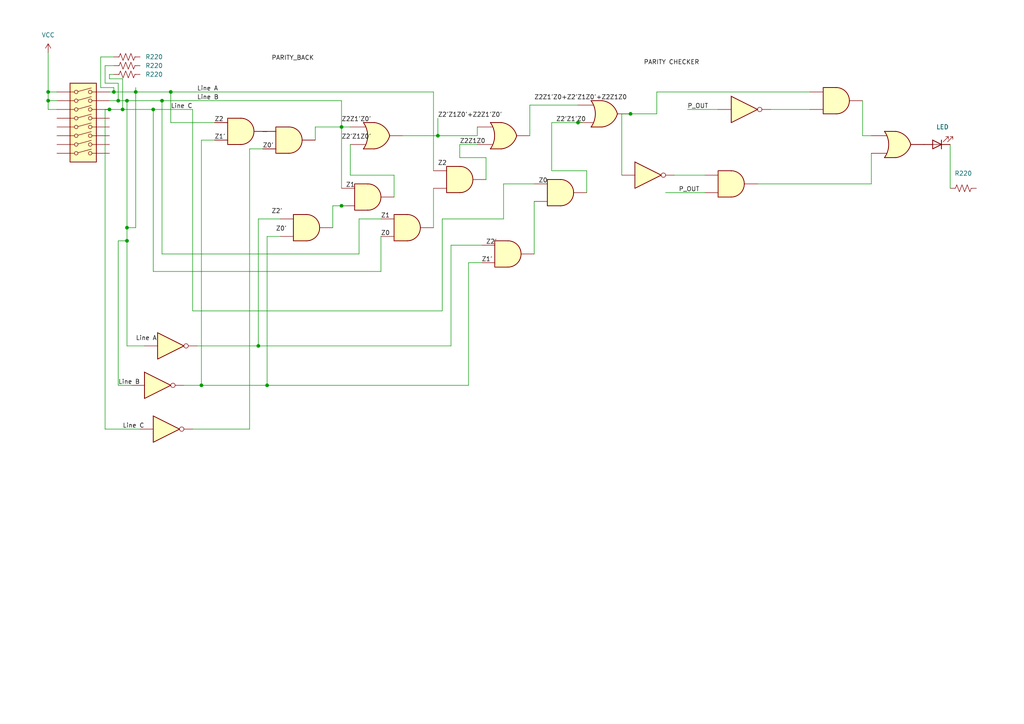
<source format=kicad_sch>
(kicad_sch (version 20250114) (generator "eeschema") (generator_version "9.0")
  (paper "A4")
  (lib_symbols
    (symbol "0_74xx:74HC08" (pin_numbers (hide yes)) (pin_names (offset 1.016) (hide yes))
      (property "Reference" "U" (at -2.54 5.08 0))
      (property "Value" "74HC08" (at 0 -5.08 0))
      (symbol "74HC08_1_1"
        (arc (start 0 3.81) (mid 3.7934 0) (end 0 -3.81) (stroke (width 0.254)) (fill (type background)))
        (polyline (pts (xy 0 3.81) (xy -3.81 3.81) (xy -3.81 -3.81) (xy 0 -3.81)) (stroke (width 0.254)) (fill (type background)))
        (pin input line (at -7.62 2.54 0) (length 3.81) (name "~") (number "1"))
        (pin input line (at -7.62 -2.54 0) (length 3.81) (name "~") (number "2"))
        (pin output line (at 7.62 0 180) (length 3.81) (name "~") (number "3"))
      )
      (symbol "74HC08_1_2"
        (arc (start -3.81 3.81) (mid -2.589 0) (end -3.81 -3.81) (stroke (width 0.254)))
        (polyline (pts (xy -3.81 3.81) (xy -0.635 3.81)) (stroke (width 0.254)) (fill (type background)))
        (polyline (pts (xy -3.81 -3.81) (xy -0.635 -3.81)) (stroke (width 0.254)) (fill (type background)))
        (arc (start 3.81 0) (mid 2.1855 -2.584) (end -0.6096 -3.81) (stroke (width 0.254)) (fill (type background)))
        (arc (start -0.6096 3.81) (mid 2.1928 2.5924) (end 3.81 0) (stroke (width 0.254)) (fill (type background)))
        (polyline (pts (xy -0.635 3.81) (xy -3.81 3.81) (xy -3.81 3.81) (xy -3.556 3.4036) (xy -3.0226 2.2606) (xy -2.6924 1.0414) (xy -2.6162 -0.254) (xy -2.7686 -1.4986) (xy -3.175 -2.7178) (xy -3.81 -3.81) (xy -3.81 -3.81) (xy -0.635 -3.81)) (stroke (width -25.4)) (fill (type background)))
        (pin input inverted (at -7.62 2.54 0) (length 4.318) (name "~") (number "1"))
        (pin input inverted (at -7.62 -2.54 0) (length 4.318) (name "~") (number "2"))
        (pin output inverted (at 7.62 0 180) (length 3.81) (name "~") (number "3"))
      )
      (symbol "74HC08_2_1"
        (arc (start 0 3.81) (mid 3.7934 0) (end 0 -3.81) (stroke (width 0.254)) (fill (type background)))
        (polyline (pts (xy 0 3.81) (xy -3.81 3.81) (xy -3.81 -3.81) (xy 0 -3.81)) (stroke (width 0.254)) (fill (type background)))
        (pin input line (at -7.62 2.54 0) (length 3.81) (name "~") (number "4"))
        (pin input line (at -7.62 -2.54 0) (length 3.81) (name "~") (number "5"))
        (pin output line (at 7.62 0 180) (length 3.81) (name "~") (number "6"))
      )
      (symbol "74HC08_2_2"
        (arc (start -3.81 3.81) (mid -2.589 0) (end -3.81 -3.81) (stroke (width 0.254)))
        (polyline (pts (xy -3.81 3.81) (xy -0.635 3.81)) (stroke (width 0.254)) (fill (type background)))
        (polyline (pts (xy -3.81 -3.81) (xy -0.635 -3.81)) (stroke (width 0.254)) (fill (type background)))
        (arc (start 3.81 0) (mid 2.1855 -2.584) (end -0.6096 -3.81) (stroke (width 0.254)) (fill (type background)))
        (arc (start -0.6096 3.81) (mid 2.1928 2.5924) (end 3.81 0) (stroke (width 0.254)) (fill (type background)))
        (polyline (pts (xy -0.635 3.81) (xy -3.81 3.81) (xy -3.81 3.81) (xy -3.556 3.4036) (xy -3.0226 2.2606) (xy -2.6924 1.0414) (xy -2.6162 -0.254) (xy -2.7686 -1.4986) (xy -3.175 -2.7178) (xy -3.81 -3.81) (xy -3.81 -3.81) (xy -0.635 -3.81)) (stroke (width -25.4)) (fill (type background)))
        (pin input inverted (at -7.62 2.54 0) (length 4.318) (name "~") (number "4"))
        (pin input inverted (at -7.62 -2.54 0) (length 4.318) (name "~") (number "5"))
        (pin output inverted (at 7.62 0 180) (length 3.81) (name "~") (number "6"))
      )
      (symbol "74HC08_3_1"
        (arc (start 0 3.81) (mid 3.7934 0) (end 0 -3.81) (stroke (width 0.254)) (fill (type background)))
        (polyline (pts (xy 0 3.81) (xy -3.81 3.81) (xy -3.81 -3.81) (xy 0 -3.81)) (stroke (width 0.254)) (fill (type background)))
        (pin input line (at -7.62 2.54 0) (length 3.81) (name "~") (number "9"))
        (pin input line (at -7.62 -2.54 0) (length 3.81) (name "~") (number "10"))
        (pin output line (at 7.62 0 180) (length 3.81) (name "~") (number "8"))
      )
      (symbol "74HC08_3_2"
        (arc (start -3.81 3.81) (mid -2.589 0) (end -3.81 -3.81) (stroke (width 0.254)))
        (polyline (pts (xy -3.81 3.81) (xy -0.635 3.81)) (stroke (width 0.254)) (fill (type background)))
        (polyline (pts (xy -3.81 -3.81) (xy -0.635 -3.81)) (stroke (width 0.254)) (fill (type background)))
        (arc (start 3.81 0) (mid 2.1855 -2.584) (end -0.6096 -3.81) (stroke (width 0.254)) (fill (type background)))
        (arc (start -0.6096 3.81) (mid 2.1928 2.5924) (end 3.81 0) (stroke (width 0.254)) (fill (type background)))
        (polyline (pts (xy -0.635 3.81) (xy -3.81 3.81) (xy -3.81 3.81) (xy -3.556 3.4036) (xy -3.0226 2.2606) (xy -2.6924 1.0414) (xy -2.6162 -0.254) (xy -2.7686 -1.4986) (xy -3.175 -2.7178) (xy -3.81 -3.81) (xy -3.81 -3.81) (xy -0.635 -3.81)) (stroke (width -25.4)) (fill (type background)))
        (pin input inverted (at -7.62 2.54 0) (length 4.318) (name "~") (number "9"))
        (pin input inverted (at -7.62 -2.54 0) (length 4.318) (name "~") (number "10"))
        (pin output inverted (at 7.62 0 180) (length 3.81) (name "~") (number "8"))
      )
      (symbol "74HC08_4_1"
        (arc (start 0 3.81) (mid 3.7934 0) (end 0 -3.81) (stroke (width 0.254)) (fill (type background)))
        (polyline (pts (xy 0 3.81) (xy -3.81 3.81) (xy -3.81 -3.81) (xy 0 -3.81)) (stroke (width 0.254)) (fill (type background)))
        (pin input line (at -7.62 2.54 0) (length 3.81) (name "~") (number "12"))
        (pin input line (at -7.62 -2.54 0) (length 3.81) (name "~") (number "13"))
        (pin output line (at 7.62 0 180) (length 3.81) (name "~") (number "11"))
      )
      (symbol "74HC08_4_2"
        (arc (start -3.81 3.81) (mid -2.589 0) (end -3.81 -3.81) (stroke (width 0.254)))
        (polyline (pts (xy -3.81 3.81) (xy -0.635 3.81)) (stroke (width 0.254)) (fill (type background)))
        (polyline (pts (xy -3.81 -3.81) (xy -0.635 -3.81)) (stroke (width 0.254)) (fill (type background)))
        (arc (start 3.81 0) (mid 2.1855 -2.584) (end -0.6096 -3.81) (stroke (width 0.254)) (fill (type background)))
        (arc (start -0.6096 3.81) (mid 2.1928 2.5924) (end 3.81 0) (stroke (width 0.254)) (fill (type background)))
        (polyline (pts (xy -0.635 3.81) (xy -3.81 3.81) (xy -3.81 3.81) (xy -3.556 3.4036) (xy -3.0226 2.2606) (xy -2.6924 1.0414) (xy -2.6162 -0.254) (xy -2.7686 -1.4986) (xy -3.175 -2.7178) (xy -3.81 -3.81) (xy -3.81 -3.81) (xy -0.635 -3.81)) (stroke (width -25.4)) (fill (type background)))
        (pin input inverted (at -7.62 2.54 0) (length 4.318) (name "~") (number "12"))
        (pin input inverted (at -7.62 -2.54 0) (length 4.318) (name "~") (number "13"))
        (pin output inverted (at 7.62 0 180) (length 3.81) (name "~") (number "11"))
      )
      (symbol "74HC08_5_0"
        (pin power_in line (at 0 12.7 270) (length 5.08) (name "VCC") (number "14"))
        (pin power_in line (at 0 -12.7 90) (length 5.08) (name "GND") (number "7"))
      )
      (symbol "74HC08_5_1"
        (rectangle (start -5.08 7.62) (end 5.08 -7.62) (stroke (width 0.254)) (fill (type background)))
      )
      (symbol "74HC08_5_2"
        (rectangle (start -5.08 7.62) (end 5.08 -7.62) (stroke (width 0.254)) (fill (type background)))
      )
    )
    (symbol "0_74xx:74HC32" (pin_numbers (hide yes)) (pin_names (offset 1.016) (hide yes))
      (property "Reference" "U" (at -2.54 5.08 0))
      (property "Value" "74HC32" (at 0 -5.08 0))
      (symbol "74HC32_1_1"
        (arc (start -3.81 3.81) (mid -2.589 0) (end -3.81 -3.81) (stroke (width 0.254)))
        (polyline (pts (xy -3.81 3.81) (xy -0.635 3.81)) (stroke (width 0.254)) (fill (type background)))
        (polyline (pts (xy -3.81 -3.81) (xy -0.635 -3.81)) (stroke (width 0.254)) (fill (type background)))
        (arc (start 3.81 0) (mid 2.1855 -2.584) (end -0.6096 -3.81) (stroke (width 0.254)) (fill (type background)))
        (arc (start -0.6096 3.81) (mid 2.1928 2.5924) (end 3.81 0) (stroke (width 0.254)) (fill (type background)))
        (polyline (pts (xy -0.635 3.81) (xy -3.81 3.81) (xy -3.81 3.81) (xy -3.556 3.4036) (xy -3.0226 2.2606) (xy -2.6924 1.0414) (xy -2.6162 -0.254) (xy -2.7686 -1.4986) (xy -3.175 -2.7178) (xy -3.81 -3.81) (xy -3.81 -3.81) (xy -0.635 -3.81)) (stroke (width -25.4)) (fill (type background)))
        (pin input line (at -7.62 2.54 0) (length 4.318) (name "~") (number "1"))
        (pin input line (at -7.62 -2.54 0) (length 4.318) (name "~") (number "2"))
        (pin output line (at 7.62 0 180) (length 3.81) (name "~") (number "3"))
      )
      (symbol "74HC32_1_2"
        (arc (start 0 3.81) (mid 3.7934 0) (end 0 -3.81) (stroke (width 0.254)) (fill (type background)))
        (polyline (pts (xy 0 3.81) (xy -3.81 3.81) (xy -3.81 -3.81) (xy 0 -3.81)) (stroke (width 0.254)) (fill (type background)))
        (pin input inverted (at -7.62 2.54 0) (length 3.81) (name "~") (number "1"))
        (pin input inverted (at -7.62 -2.54 0) (length 3.81) (name "~") (number "2"))
        (pin output inverted (at 7.62 0 180) (length 3.81) (name "~") (number "3"))
      )
      (symbol "74HC32_2_1"
        (arc (start -3.81 3.81) (mid -2.589 0) (end -3.81 -3.81) (stroke (width 0.254)))
        (polyline (pts (xy -3.81 3.81) (xy -0.635 3.81)) (stroke (width 0.254)) (fill (type background)))
        (polyline (pts (xy -3.81 -3.81) (xy -0.635 -3.81)) (stroke (width 0.254)) (fill (type background)))
        (arc (start 3.81 0) (mid 2.1855 -2.584) (end -0.6096 -3.81) (stroke (width 0.254)) (fill (type background)))
        (arc (start -0.6096 3.81) (mid 2.1928 2.5924) (end 3.81 0) (stroke (width 0.254)) (fill (type background)))
        (polyline (pts (xy -0.635 3.81) (xy -3.81 3.81) (xy -3.81 3.81) (xy -3.556 3.4036) (xy -3.0226 2.2606) (xy -2.6924 1.0414) (xy -2.6162 -0.254) (xy -2.7686 -1.4986) (xy -3.175 -2.7178) (xy -3.81 -3.81) (xy -3.81 -3.81) (xy -0.635 -3.81)) (stroke (width -25.4)) (fill (type background)))
        (pin input line (at -7.62 2.54 0) (length 4.318) (name "~") (number "4"))
        (pin input line (at -7.62 -2.54 0) (length 4.318) (name "~") (number "5"))
        (pin output line (at 7.62 0 180) (length 3.81) (name "~") (number "6"))
      )
      (symbol "74HC32_2_2"
        (arc (start 0 3.81) (mid 3.7934 0) (end 0 -3.81) (stroke (width 0.254)) (fill (type background)))
        (polyline (pts (xy 0 3.81) (xy -3.81 3.81) (xy -3.81 -3.81) (xy 0 -3.81)) (stroke (width 0.254)) (fill (type background)))
        (pin input inverted (at -7.62 2.54 0) (length 3.81) (name "~") (number "4"))
        (pin input inverted (at -7.62 -2.54 0) (length 3.81) (name "~") (number "5"))
        (pin output inverted (at 7.62 0 180) (length 3.81) (name "~") (number "6"))
      )
      (symbol "74HC32_3_1"
        (arc (start -3.81 3.81) (mid -2.589 0) (end -3.81 -3.81) (stroke (width 0.254)))
        (polyline (pts (xy -3.81 3.81) (xy -0.635 3.81)) (stroke (width 0.254)) (fill (type background)))
        (polyline (pts (xy -3.81 -3.81) (xy -0.635 -3.81)) (stroke (width 0.254)) (fill (type background)))
        (arc (start 3.81 0) (mid 2.1855 -2.584) (end -0.6096 -3.81) (stroke (width 0.254)) (fill (type background)))
        (arc (start -0.6096 3.81) (mid 2.1928 2.5924) (end 3.81 0) (stroke (width 0.254)) (fill (type background)))
        (polyline (pts (xy -0.635 3.81) (xy -3.81 3.81) (xy -3.81 3.81) (xy -3.556 3.4036) (xy -3.0226 2.2606) (xy -2.6924 1.0414) (xy -2.6162 -0.254) (xy -2.7686 -1.4986) (xy -3.175 -2.7178) (xy -3.81 -3.81) (xy -3.81 -3.81) (xy -0.635 -3.81)) (stroke (width -25.4)) (fill (type background)))
        (pin input line (at -7.62 2.54 0) (length 4.318) (name "~") (number "9"))
        (pin input line (at -7.62 -2.54 0) (length 4.318) (name "~") (number "10"))
        (pin output line (at 7.62 0 180) (length 3.81) (name "~") (number "8"))
      )
      (symbol "74HC32_3_2"
        (arc (start 0 3.81) (mid 3.7934 0) (end 0 -3.81) (stroke (width 0.254)) (fill (type background)))
        (polyline (pts (xy 0 3.81) (xy -3.81 3.81) (xy -3.81 -3.81) (xy 0 -3.81)) (stroke (width 0.254)) (fill (type background)))
        (pin input inverted (at -7.62 2.54 0) (length 3.81) (name "~") (number "9"))
        (pin input inverted (at -7.62 -2.54 0) (length 3.81) (name "~") (number "10"))
        (pin output inverted (at 7.62 0 180) (length 3.81) (name "~") (number "8"))
      )
      (symbol "74HC32_4_1"
        (arc (start -3.81 3.81) (mid -2.589 0) (end -3.81 -3.81) (stroke (width 0.254)))
        (polyline (pts (xy -3.81 3.81) (xy -0.635 3.81)) (stroke (width 0.254)) (fill (type background)))
        (polyline (pts (xy -3.81 -3.81) (xy -0.635 -3.81)) (stroke (width 0.254)) (fill (type background)))
        (arc (start 3.81 0) (mid 2.1855 -2.584) (end -0.6096 -3.81) (stroke (width 0.254)) (fill (type background)))
        (arc (start -0.6096 3.81) (mid 2.1928 2.5924) (end 3.81 0) (stroke (width 0.254)) (fill (type background)))
        (polyline (pts (xy -0.635 3.81) (xy -3.81 3.81) (xy -3.81 3.81) (xy -3.556 3.4036) (xy -3.0226 2.2606) (xy -2.6924 1.0414) (xy -2.6162 -0.254) (xy -2.7686 -1.4986) (xy -3.175 -2.7178) (xy -3.81 -3.81) (xy -3.81 -3.81) (xy -0.635 -3.81)) (stroke (width -25.4)) (fill (type background)))
        (pin input line (at -7.62 2.54 0) (length 4.318) (name "~") (number "12"))
        (pin input line (at -7.62 -2.54 0) (length 4.318) (name "~") (number "13"))
        (pin output line (at 7.62 0 180) (length 3.81) (name "~") (number "11"))
      )
      (symbol "74HC32_4_2"
        (arc (start 0 3.81) (mid 3.7934 0) (end 0 -3.81) (stroke (width 0.254)) (fill (type background)))
        (polyline (pts (xy 0 3.81) (xy -3.81 3.81) (xy -3.81 -3.81) (xy 0 -3.81)) (stroke (width 0.254)) (fill (type background)))
        (pin input inverted (at -7.62 2.54 0) (length 3.81) (name "~") (number "12"))
        (pin input inverted (at -7.62 -2.54 0) (length 3.81) (name "~") (number "13"))
        (pin output inverted (at 7.62 0 180) (length 3.81) (name "~") (number "11"))
      )
      (symbol "74HC32_5_0"
        (pin power_in line (at 0 12.7 270) (length 5.08) (name "VCC") (number "14"))
        (pin power_in line (at 0 -12.7 90) (length 5.08) (name "GND") (number "7"))
      )
      (symbol "74HC32_5_1"
        (rectangle (start -5.08 7.62) (end 5.08 -7.62) (stroke (width 0.254)) (fill (type background)))
      )
      (symbol "74HC32_5_2"
        (rectangle (start -5.08 7.62) (end 5.08 -7.62) (stroke (width 0.254)) (fill (type background)))
      )
    )
    (symbol "74xx:74LS04" (pin_numbers (hide yes)) (pin_names (hide yes))
      (property "Reference" "U" (at 0 1.27 0))
      (property "Value" "74LS04" (at 0 -1.27 0))
      (symbol "74LS04_1_0"
        (polyline (pts (xy -3.81 3.81) (xy -3.81 -3.81) (xy 3.81 0) (xy -3.81 3.81)) (stroke (width 0.254)) (fill (type background)))
        (pin input line (at -7.62 0 0) (length 3.81) (name "~") (number "1"))
        (pin output inverted (at 7.62 0 180) (length 3.81) (name "~") (number "2"))
      )
      (symbol "74LS04_2_0"
        (polyline (pts (xy -3.81 3.81) (xy -3.81 -3.81) (xy 3.81 0) (xy -3.81 3.81)) (stroke (width 0.254)) (fill (type background)))
        (pin input line (at -7.62 0 0) (length 3.81) (name "~") (number "3"))
        (pin output inverted (at 7.62 0 180) (length 3.81) (name "~") (number "4"))
      )
      (symbol "74LS04_3_0"
        (polyline (pts (xy -3.81 3.81) (xy -3.81 -3.81) (xy 3.81 0) (xy -3.81 3.81)) (stroke (width 0.254)) (fill (type background)))
        (pin input line (at -7.62 0 0) (length 3.81) (name "~") (number "5"))
        (pin output inverted (at 7.62 0 180) (length 3.81) (name "~") (number "6"))
      )
      (symbol "74LS04_4_0"
        (polyline (pts (xy -3.81 3.81) (xy -3.81 -3.81) (xy 3.81 0) (xy -3.81 3.81)) (stroke (width 0.254)) (fill (type background)))
        (pin input line (at -7.62 0 0) (length 3.81) (name "~") (number "9"))
        (pin output inverted (at 7.62 0 180) (length 3.81) (name "~") (number "8"))
      )
      (symbol "74LS04_5_0"
        (polyline (pts (xy -3.81 3.81) (xy -3.81 -3.81) (xy 3.81 0) (xy -3.81 3.81)) (stroke (width 0.254)) (fill (type background)))
        (pin input line (at -7.62 0 0) (length 3.81) (name "~") (number "11"))
        (pin output inverted (at 7.62 0 180) (length 3.81) (name "~") (number "10"))
      )
      (symbol "74LS04_6_0"
        (polyline (pts (xy -3.81 3.81) (xy -3.81 -3.81) (xy 3.81 0) (xy -3.81 3.81)) (stroke (width 0.254)) (fill (type background)))
        (pin input line (at -7.62 0 0) (length 3.81) (name "~") (number "13"))
        (pin output inverted (at 7.62 0 180) (length 3.81) (name "~") (number "12"))
      )
      (symbol "74LS04_7_0"
        (pin power_in line (at 0 12.7 270) (length 5.08) (name "VCC") (number "14"))
        (pin power_in line (at 0 -12.7 90) (length 5.08) (name "GND") (number "7"))
      )
      (symbol "74LS04_7_1"
        (rectangle (start -5.08 7.62) (end 5.08 -7.62) (stroke (width 0.254)) (fill (type background)))
      )
    )
    (symbol "Device:LED" (pin_numbers (hide yes)) (pin_names (offset 1.016) (hide yes))
      (property "Reference" "D" (at 0 2.54 0))
      (property "Value" "LED" (at 0 -2.54 0))
      (symbol "LED_0_1"
        (polyline (pts (xy -3.048 -0.762) (xy -4.572 -2.286) (xy -3.81 -2.286) (xy -4.572 -2.286) (xy -4.572 -1.524)))
        (polyline (pts (xy -1.778 -0.762) (xy -3.302 -2.286) (xy -2.54 -2.286) (xy -3.302 -2.286) (xy -3.302 -1.524)))
        (polyline (pts (xy -1.27 0) (xy 1.27 0)))
        (polyline (pts (xy -1.27 -1.27) (xy -1.27 1.27)) (stroke (width 0.254)))
        (polyline (pts (xy 1.27 -1.27) (xy 1.27 1.27) (xy -1.27 0) (xy 1.27 -1.27)) (stroke (width 0.254)))
      )
      (symbol "LED_1_1"
        (pin passive line (at -3.81 0 0) (length 2.54) (name "K") (number "1"))
        (pin passive line (at 3.81 0 180) (length 2.54) (name "A") (number "2"))
      )
    )
    (symbol "Device:R_US" (pin_numbers (hide yes)) (pin_names (offset 0) (hide yes))
      (property "Reference" "R" (at 2.54 0 90))
      (property "Value" "R_US" (at -2.54 0 90))
      (symbol "R_US_0_1"
        (polyline (pts (xy 0 2.286) (xy 0 2.54)))
        (polyline (pts (xy 0 2.286) (xy 1.016 1.905) (xy 0 1.524) (xy -1.016 1.143) (xy 0 0.762)))
        (polyline (pts (xy 0 0.762) (xy 1.016 0.381) (xy 0 0) (xy -1.016 -0.381) (xy 0 -0.762)))
        (polyline (pts (xy 0 -0.762) (xy 1.016 -1.143) (xy 0 -1.524) (xy -1.016 -1.905) (xy 0 -2.286)))
        (polyline (pts (xy 0 -2.286) (xy 0 -2.54)))
      )
      (symbol "R_US_1_1"
        (pin passive line (at 0 3.81 270) (length 1.27) (name "~") (number "1"))
        (pin passive line (at 0 -3.81 90) (length 1.27) (name "~") (number "2"))
      )
    )
    (symbol "Switch:SW_DIP_x08" (pin_numbers (hide yes)) (pin_names (offset 0) (hide yes))
      (property "Reference" "SW" (at 0 13.97 0))
      (property "Value" "SW_DIP_x08" (at 0 -11.43 0))
      (symbol "SW_DIP_x08_0_0"
        (circle (center -2.032 10.16) (radius 0.508))
        (circle (center -2.032 7.62) (radius 0.508))
        (circle (center -2.032 5.08) (radius 0.508))
        (circle (center -2.032 2.54) (radius 0.508))
        (circle (center -2.032 0) (radius 0.508))
        (circle (center -2.032 -2.54) (radius 0.508))
        (circle (center -2.032 -5.08) (radius 0.508))
        (circle (center -2.032 -7.62) (radius 0.508))
        (polyline (pts (xy -1.524 10.287) (xy 2.3622 11.3284)))
        (polyline (pts (xy -1.524 7.747) (xy 2.3622 8.7884)))
        (polyline (pts (xy -1.524 5.207) (xy 2.3622 6.2484)))
        (polyline (pts (xy -1.524 2.667) (xy 2.3622 3.7084)))
        (polyline (pts (xy -1.524 0.127) (xy 2.3622 1.1684)))
        (polyline (pts (xy -1.524 -2.3876) (xy 2.3622 -1.3462)))
        (polyline (pts (xy -1.524 -4.9276) (xy 2.3622 -3.8862)))
        (polyline (pts (xy -1.524 -7.4676) (xy 2.3622 -6.4262)))
        (circle (center 2.032 10.16) (radius 0.508))
        (circle (center 2.032 7.62) (radius 0.508))
        (circle (center 2.032 5.08) (radius 0.508))
        (circle (center 2.032 2.54) (radius 0.508))
        (circle (center 2.032 0) (radius 0.508))
        (circle (center 2.032 -2.54) (radius 0.508))
        (circle (center 2.032 -5.08) (radius 0.508))
        (circle (center 2.032 -7.62) (radius 0.508))
      )
      (symbol "SW_DIP_x08_0_1"
        (rectangle (start -3.81 12.7) (end 3.81 -10.16) (stroke (width 0.254)) (fill (type background)))
      )
      (symbol "SW_DIP_x08_1_1"
        (pin passive line (at -7.62 10.16 0) (length 5.08) (name "~") (number "1"))
        (pin passive line (at -7.62 7.62 0) (length 5.08) (name "~") (number "2"))
        (pin passive line (at -7.62 5.08 0) (length 5.08) (name "~") (number "3"))
        (pin passive line (at -7.62 2.54 0) (length 5.08) (name "~") (number "4"))
        (pin passive line (at -7.62 0 0) (length 5.08) (name "~") (number "5"))
        (pin passive line (at -7.62 -2.54 0) (length 5.08) (name "~") (number "6"))
        (pin passive line (at -7.62 -5.08 0) (length 5.08) (name "~") (number "7"))
        (pin passive line (at -7.62 -7.62 0) (length 5.08) (name "~") (number "8"))
        (pin passive line (at 7.62 10.16 180) (length 5.08) (name "~") (number "16"))
        (pin passive line (at 7.62 7.62 180) (length 5.08) (name "~") (number "15"))
        (pin passive line (at 7.62 5.08 180) (length 5.08) (name "~") (number "14"))
        (pin passive line (at 7.62 2.54 180) (length 5.08) (name "~") (number "13"))
        (pin passive line (at 7.62 0 180) (length 5.08) (name "~") (number "12"))
        (pin passive line (at 7.62 -2.54 180) (length 5.08) (name "~") (number "11"))
        (pin passive line (at 7.62 -5.08 180) (length 5.08) (name "~") (number "10"))
        (pin passive line (at 7.62 -7.62 180) (length 5.08) (name "~") (number "9"))
      )
    )
    (symbol "power:VCC" (power) (pin_numbers (hide yes)) (pin_names (offset 0) (hide yes))
      (property "Value" "VCC" (at 0 3.556 0))
      (symbol "VCC_0_1"
        (polyline (pts (xy -0.762 1.27) (xy 0 2.54)))
        (polyline (pts (xy 0 2.54) (xy 0.762 1.27)))
        (polyline (pts (xy 0 0) (xy 0 2.54)))
      )
      (symbol "VCC_1_1"
        (pin power_in line (at 0 0 90) (length 0) (name "~") (number "1"))
      )
    )
  )
  (junction (at 13.97 26.67))
  (junction (at 58.42 111.76))
  (junction (at 99.06 59.69))
  (junction (at 36.83 29.21))
  (junction (at 33.02 26.67))
  (junction (at 13.97 29.21))
  (junction (at 77.47 111.76))
  (junction (at 167.64 35.56))
  (junction (at 44.45 31.75))
  (junction (at 36.83 66.04))
  (junction (at 99.06 36.83))
  (junction (at 31.75 31.75))
  (junction (at 46.99 29.21))
  (junction (at 127 39.37))
  (junction (at 49.53 26.67))
  (junction (at 35.56 31.75))
  (junction (at 74.93 100.33))
  (junction (at 182.88 33.02))
  (junction (at 39.37 26.67))
  (junction (at 34.29 29.21))
  (junction (at 36.83 69.85))
  (wire (pts (xy 30.48 19.05) (xy 33.02 19.05)))
  (wire (pts (xy 29.21 25.4) (xy 29.21 16.51)))
  (wire (pts (xy 33.02 25.4) (xy 29.21 25.4)))
  (wire (pts (xy 99.06 59.69) (xy 100.33 59.69)))
  (wire (pts (xy 34.29 24.13) (xy 30.48 24.13)))
  (wire (pts (xy 55.88 124.46) (xy 72.39 124.46)))
  (wire (pts (xy 31.75 21.59) (xy 33.02 21.59)))
  (wire (pts (xy 35.56 22.86) (xy 31.75 22.86)))
  (wire (pts (xy 31.75 26.67) (xy 33.02 26.67)))
  (wire (pts (xy 31.75 31.75) (xy 35.56 31.75)))
  (wire (pts (xy 31.75 29.21) (xy 34.29 29.21)))
  (wire (pts (xy 34.29 29.21) (xy 36.83 29.21)))
  (wire (pts (xy 36.83 100.33) (xy 41.91 100.33)))
  (wire (pts (xy 36.83 66.04) (xy 36.83 29.21)))
  (wire (pts (xy 138.43 39.37) (xy 138.43 36.83)))
  (wire (pts (xy 110.49 68.58) (xy 110.49 78.74)))
  (wire (pts (xy 110.49 63.5) (xy 104.14 63.5)))
  (wire (pts (xy 154.94 53.34) (xy 146.05 53.34)))
  (wire (pts (xy 77.47 68.58) (xy 77.47 111.76)))
  (wire (pts (xy 46.99 73.66) (xy 46.99 29.21)))
  (wire (pts (xy 36.83 66.04) (xy 39.37 66.04)))
  (wire (pts (xy 29.21 16.51) (xy 33.02 16.51)))
  (wire (pts (xy 74.93 63.5) (xy 81.28 63.5)))
  (wire (pts (xy 76.2 38.1) (xy 77.47 38.1)))
  (wire (pts (xy 133.35 41.91) (xy 138.43 41.91)))
  (wire (pts (xy 182.88 33.02) (xy 190.5 33.02)))
  (wire (pts (xy 170.18 55.88) (xy 170.18 49.53)))
  (wire (pts (xy 153.67 30.48) (xy 167.64 30.48)))
  (wire (pts (xy 133.35 45.72) (xy 133.35 41.91)))
  (wire (pts (xy 160.02 35.56) (xy 167.64 35.56)))
  (wire (pts (xy 167.64 35.56) (xy 168.91 35.56)))
  (wire (pts (xy 34.29 69.85) (xy 34.29 111.76)))
  (wire (pts (xy 16.51 31.75) (xy 13.97 31.75)))
  (wire (pts (xy 13.97 29.21) (xy 13.97 26.67)))
  (wire (pts (xy 127 39.37) (xy 138.43 39.37)))
  (wire (pts (xy 31.75 22.86) (xy 31.75 21.59)))
  (wire (pts (xy 154.94 73.66) (xy 154.94 58.42)))
  (wire (pts (xy 275.59 41.91) (xy 275.59 54.61)))
  (wire (pts (xy 44.45 31.75) (xy 55.88 31.75)))
  (wire (pts (xy 146.05 53.34) (xy 146.05 63.5)))
  (wire (pts (xy 57.15 100.33) (xy 74.93 100.33)))
  (wire (pts (xy 128.27 63.5) (xy 128.27 90.17)))
  (wire (pts (xy 36.83 29.21) (xy 46.99 29.21)))
  (wire (pts (xy 13.97 15.24) (xy 13.97 26.67)))
  (wire (pts (xy 16.51 29.21) (xy 13.97 29.21)))
  (wire (pts (xy 49.53 26.67) (xy 125.73 26.67)))
  (wire (pts (xy 153.67 39.37) (xy 153.67 30.48)))
  (wire (pts (xy 140.97 45.72) (xy 133.35 45.72)))
  (wire (pts (xy 146.05 63.5) (xy 128.27 63.5)))
  (wire (pts (xy 36.83 69.85) (xy 36.83 100.33)))
  (wire (pts (xy 99.06 36.83) (xy 101.6 36.83)))
  (wire (pts (xy 55.88 90.17) (xy 55.88 31.75)))
  (wire (pts (xy 77.47 111.76) (xy 135.89 111.76)))
  (wire (pts (xy 35.56 31.75) (xy 35.56 22.86)))
  (wire (pts (xy 130.81 71.12) (xy 130.81 100.33)))
  (wire (pts (xy 140.97 52.07) (xy 140.97 45.72)))
  (wire (pts (xy 128.27 90.17) (xy 55.88 90.17)))
  (wire (pts (xy 99.06 29.21) (xy 99.06 36.83)))
  (wire (pts (xy 58.42 40.64) (xy 58.42 111.76)))
  (wire (pts (xy 34.29 69.85) (xy 36.83 69.85)))
  (wire (pts (xy 116.84 39.37) (xy 127 39.37)))
  (wire (pts (xy 16.51 26.67) (xy 13.97 26.67)))
  (wire (pts (xy 74.93 100.33) (xy 130.81 100.33)))
  (wire (pts (xy 195.58 50.8) (xy 204.47 50.8)))
  (wire (pts (xy 72.39 43.18) (xy 76.2 43.18)))
  (wire (pts (xy 125.73 49.53) (xy 125.73 26.67)))
  (wire (pts (xy 91.44 40.64) (xy 91.44 36.83)))
  (wire (pts (xy 101.6 50.8) (xy 101.6 41.91)))
  (wire (pts (xy 252.73 53.34) (xy 252.73 44.45)))
  (wire (pts (xy 139.7 71.12) (xy 130.81 71.12)))
  (wire (pts (xy 99.06 54.61) (xy 99.06 36.83)))
  (wire (pts (xy 114.3 50.8) (xy 101.6 50.8)))
  (wire (pts (xy 30.48 31.75) (xy 31.75 31.75)))
  (wire (pts (xy 190.5 33.02) (xy 190.5 26.67)))
  (wire (pts (xy 199.39 31.75) (xy 208.28 31.75)))
  (wire (pts (xy 58.42 40.64) (xy 62.23 40.64)))
  (wire (pts (xy 180.34 33.02) (xy 180.34 50.8)))
  (wire (pts (xy 77.47 68.58) (xy 81.28 68.58)))
  (wire (pts (xy 96.52 66.04) (xy 96.52 59.69)))
  (wire (pts (xy 49.53 35.56) (xy 49.53 26.67)))
  (wire (pts (xy 96.52 59.69) (xy 99.06 59.69)))
  (wire (pts (xy 72.39 43.18) (xy 72.39 124.46)))
  (wire (pts (xy 39.37 26.67) (xy 49.53 26.67)))
  (wire (pts (xy 62.23 35.56) (xy 49.53 35.56)))
  (wire (pts (xy 58.42 111.76) (xy 77.47 111.76)))
  (wire (pts (xy 104.14 63.5) (xy 104.14 73.66)))
  (wire (pts (xy 39.37 25.4) (xy 39.37 26.67)))
  (wire (pts (xy 35.56 31.75) (xy 44.45 31.75)))
  (wire (pts (xy 44.45 31.75) (xy 44.45 78.74)))
  (wire (pts (xy 36.83 66.04) (xy 36.83 69.85)))
  (wire (pts (xy 34.29 111.76) (xy 38.1 111.76)))
  (wire (pts (xy 13.97 31.75) (xy 13.97 29.21)))
  (wire (pts (xy 250.19 39.37) (xy 252.73 39.37)))
  (wire (pts (xy 250.19 29.21) (xy 250.19 39.37)))
  (wire (pts (xy 33.02 26.67) (xy 33.02 25.4)))
  (wire (pts (xy 125.73 54.61) (xy 125.73 66.04)))
  (wire (pts (xy 74.93 63.5) (xy 74.93 100.33)))
  (wire (pts (xy 160.02 35.56) (xy 160.02 49.53)))
  (wire (pts (xy 39.37 66.04) (xy 39.37 26.67)))
  (wire (pts (xy 114.3 57.15) (xy 114.3 50.8)))
  (wire (pts (xy 30.48 24.13) (xy 30.48 19.05)))
  (wire (pts (xy 53.34 111.76) (xy 58.42 111.76)))
  (wire (pts (xy 91.44 36.83) (xy 99.06 36.83)))
  (wire (pts (xy 33.02 26.67) (xy 39.37 26.67)))
  (wire (pts (xy 193.04 55.88) (xy 204.47 55.88)))
  (wire (pts (xy 223.52 31.75) (xy 234.95 31.75)))
  (wire (pts (xy 104.14 73.66) (xy 46.99 73.66)))
  (wire (pts (xy 30.48 124.46) (xy 40.64 124.46)))
  (wire (pts (xy 190.5 26.67) (xy 234.95 26.67)))
  (wire (pts (xy 170.18 49.53) (xy 160.02 49.53)))
  (wire (pts (xy 135.89 76.2) (xy 135.89 111.76)))
  (wire (pts (xy 219.71 53.34) (xy 252.73 53.34)))
  (wire (pts (xy 135.89 76.2) (xy 139.7 76.2)))
  (wire (pts (xy 110.49 78.74) (xy 44.45 78.74)))
  (wire (pts (xy 30.48 31.75) (xy 30.48 124.46)))
  (wire (pts (xy 127 34.29) (xy 127 39.37)))
  (wire (pts (xy 34.29 29.21) (xy 34.29 24.13)))
  (wire (pts (xy 46.99 29.21) (xy 99.06 29.21)))
  (wire (pts (xy 182.88 33.02) (xy 180.34 33.02)))
  (label "Z1'" (at 139.7 76.2 0))
  (label "Z0" (at 156.21 53.34 0))
  (label "Z1" (at 110.49 63.5 0))
  (label "Z2'" (at 78.74 62.23 0))
  (label "Line A" (at 57.15 26.67 0))
  (label "Line B" (at 57.15 29.21 0))
  (label "PARITY_BACK" (at 78.74 17.78 0))
  (label "Line C" (at 35.56 124.46 0))
  (label "Z2'Z1Z0'+Z2Z1'Z0'" (at 127 34.29 0))
  (label "Z1" (at 100.33 54.61 0))
  (label "Z2'Z1'Z0" (at 161.29 35.56 0))
  (label "Z2'Z1Z0'" (at 99.06 40.64 0))
  (label "Line B" (at 34.29 111.76 0))
  (label "Z0" (at 110.49 68.58 0))
  (label "P_OUT" (at 196.85 55.88 0))
  (label "Z2Z1'Z0+Z2'Z1Z0'+Z2Z1Z0" (at 154.94 29.21 0))
  (label "Z2Z1Z0" (at 133.35 41.91 0))
  (label "Line C" (at 49.53 31.75 0))
  (label "Z0'" (at 80.01 67.31 0))
  (label "Z2" (at 127 48.26 0))
  (label "Z2'" (at 140.97 71.12 0))
  (label "Z0'" (at 76.2 43.18 0))
  (label "Z1'" (at 62.23 40.64 0))
  (label "P_OUT" (at 199.39 31.75 0))
  (label "Z2" (at 62.23 35.56 0))
  (label "PARITY CHECKER" (at 186.69 19.05 0))
  (label "Z2Z1'Z0'" (at 99.06 35.56 0))
  (label "Line A" (at 39.37 99.06 0))
  (symbol (lib_id "0_74xx:74HC08") (at 133.35 52.07 0) (unit 1)
    (property "Reference" "U?" (effects (hide yes)))
    (property "Value" "74HC08" (effects (hide yes)))
    (property "Description" "AND, 2-Input, Quad" (effects (hide yes)))
  )
  (symbol (lib_id "0_74xx:74HC08") (at 88.9 66.04 0) (unit 1)
    (property "Reference" "U?" (effects (hide yes)))
    (property "Value" "74HC08" (effects (hide yes)))
    (property "Description" "AND, 2-Input, Quad" (effects (hide yes)))
  )
  (symbol (lib_id "74xx:74LS04") (at 187.96 50.8 0) (unit 1)
    (property "Reference" "U?" (effects (hide yes)))
    (property "Value" "74LS04" (effects (hide yes)))
    (property "Datasheet" "http://www.ti.com/lit/gpn/sn74LS04" (effects (hide yes)))
    (property "Description" "Hex Inverter" (effects (hide yes)))
  )
  (symbol (lib_id "74xx:74LS04") (at 45.72 111.76 0) (unit 1)
    (property "Reference" "U?" (effects (hide yes)))
    (property "Value" "74LS04" (effects (hide yes)))
    (property "Datasheet" "http://www.ti.com/lit/gpn/sn74LS04" (effects (hide yes)))
    (property "Description" "Hex Inverter" (effects (hide yes)))
  )
  (symbol (lib_id "0_74xx:74HC08") (at 162.56 55.88 0) (unit 1)
    (property "Reference" "U?" (effects (hide yes)))
    (property "Value" "74HC08" (effects (hide yes)))
    (property "Description" "AND, 2-Input, Quad" (effects (hide yes)))
  )
  (symbol (lib_id "Device:LED") (at 271.78 41.91 180) (unit 1)
    (property "Reference" "LED1" (effects (hide yes)))
    (property "Value" "LED" (at 273.3675 36.83 0))
    (property "Description" "Light emitting diode" (effects (hide yes)))
    (property "Sim.Pins" "1=K 2=A" (effects (hide yes)))
  )
  (symbol (lib_id "power:VCC") (at 13.97 15.24 0) (unit 1)
    (property "Reference" "#PWR01" (effects (hide yes)))
    (property "Value" "VCC" (at 13.97 10.16 0))
    (property "Description" "Power symbol creates a global label with name \"VCC\"" (effects (hide yes)))
  )
  (symbol (lib_id "0_74xx:74HC32") (at 146.05 39.37 0) (unit 1)
    (property "Reference" "U?" (effects (hide yes)))
    (property "Value" "74HC32" (effects (hide yes)))
    (property "Description" "OR, 2-Input, Quad" (effects (hide yes)))
  )
  (symbol (lib_id "74xx:74LS04") (at 215.9 31.75 0) (unit 1)
    (property "Reference" "U?" (effects (hide yes)))
    (property "Value" "74LS04" (effects (hide yes)))
    (property "Datasheet" "http://www.ti.com/lit/gpn/sn74LS04" (effects (hide yes)))
    (property "Description" "Hex Inverter" (effects (hide yes)))
  )
  (symbol (lib_id "Device:R_US") (at 36.83 21.59 90) (unit 1)
    (property "Reference" "R220" (at 44.704 21.59 90))
    (property "Value" "R_US" (effects (hide yes)))
    (property "Description" "Resistor, US symbol" (effects (hide yes)))
  )
  (symbol (lib_id "0_74xx:74HC32") (at 175.26 33.02 0) (unit 1)
    (property "Reference" "U?" (effects (hide yes)))
    (property "Value" "74HC32" (effects (hide yes)))
    (property "Description" "OR, 2-Input, Quad" (effects (hide yes)))
  )
  (symbol (lib_id "0_74xx:74HC08") (at 118.11 66.04 0) (unit 1)
    (property "Reference" "U?" (effects (hide yes)))
    (property "Value" "74HC08" (effects (hide yes)))
    (property "Description" "AND, 2-Input, Quad" (effects (hide yes)))
  )
  (symbol (lib_id "0_74xx:74HC08") (at 147.32 73.66 0) (unit 1)
    (property "Reference" "U?" (effects (hide yes)))
    (property "Value" "74HC08" (effects (hide yes)))
    (property "Description" "AND, 2-Input, Quad" (effects (hide yes)))
  )
  (symbol (lib_id "Switch:SW_DIP_x08") (at 24.13 36.83 0) (unit 1)
    (property "Reference" "SW?" (effects (hide yes)))
    (property "Value" "SW_DIP_x08" (effects (hide yes)))
    (property "Description" "8x DIP Switch, Single Pole Single Throw (SPST) switch, small symbol" (effects (hide yes)))
  )
  (symbol (lib_id "0_74xx:74HC32") (at 260.35 41.91 0) (unit 1)
    (property "Reference" "U?" (effects (hide yes)))
    (property "Value" "74HC32" (effects (hide yes)))
    (property "Description" "OR, 2-Input, Quad" (effects (hide yes)))
  )
  (symbol (lib_id "0_74xx:74HC08") (at 242.57 29.21 0) (unit 1)
    (property "Reference" "U?" (effects (hide yes)))
    (property "Value" "74HC08" (effects (hide yes)))
    (property "Description" "AND, 2-Input, Quad" (effects (hide yes)))
  )
  (symbol (lib_id "0_74xx:74HC08") (at 106.68 57.15 0) (unit 1)
    (property "Reference" "U?" (effects (hide yes)))
    (property "Value" "74HC08" (effects (hide yes)))
    (property "Description" "AND, 2-Input, Quad" (effects (hide yes)))
  )
  (symbol (lib_id "Device:R_US") (at 36.83 19.05 90) (unit 1)
    (property "Reference" "R220" (at 44.704 19.05 90))
    (property "Value" "R_US" (effects (hide yes)))
    (property "Description" "Resistor, US symbol" (effects (hide yes)))
  )
  (symbol (lib_id "74xx:74LS04") (at 48.26 124.46 0) (unit 1)
    (property "Reference" "U?" (effects (hide yes)))
    (property "Value" "74LS04" (effects (hide yes)))
    (property "Datasheet" "http://www.ti.com/lit/gpn/sn74LS04" (effects (hide yes)))
    (property "Description" "Hex Inverter" (effects (hide yes)))
  )
  (symbol (lib_id "0_74xx:74HC08") (at 69.85 38.1 0) (unit 1)
    (property "Reference" "U?" (effects (hide yes)))
    (property "Value" "74HC08" (effects (hide yes)))
    (property "Description" "AND, 2-Input, Quad" (effects (hide yes)))
  )
  (symbol (lib_id "74xx:74LS04") (at 49.53 100.33 0) (unit 1)
    (property "Reference" "U?" (effects (hide yes)))
    (property "Value" "74LS04" (effects (hide yes)))
    (property "Datasheet" "http://www.ti.com/lit/gpn/sn74LS04" (effects (hide yes)))
    (property "Description" "Hex Inverter" (effects (hide yes)))
  )
  (symbol (lib_id "0_74xx:74HC08") (at 212.09 53.34 0) (unit 1)
    (property "Reference" "U?" (effects (hide yes)))
    (property "Value" "74HC08" (effects (hide yes)))
    (property "Description" "AND, 2-Input, Quad" (effects (hide yes)))
  )
  (symbol (lib_id "Device:R_US") (at 279.4 54.61 90) (unit 1)
    (property "Reference" "R220" (at 279.4 50.292 90))
    (property "Value" "R_US" (effects (hide yes)))
    (property "Description" "Resistor, US symbol" (effects (hide yes)))
  )
  (symbol (lib_id "0_74xx:74HC32") (at 109.22 39.37 0) (unit 1)
    (property "Reference" "U?" (effects (hide yes)))
    (property "Value" "74HC32" (effects (hide yes)))
    (property "Description" "OR, 2-Input, Quad" (effects (hide yes)))
  )
  (symbol (lib_id "Device:R_US") (at 36.83 16.51 90) (unit 1)
    (property "Reference" "R220" (at 44.704 16.51 90))
    (property "Value" "R_US" (effects (hide yes)))
    (property "Description" "Resistor, US symbol" (effects (hide yes)))
  )
  (symbol (lib_id "0_74xx:74HC08") (at 83.82 40.64 0) (unit 1)
    (property "Reference" "U?" (effects (hide yes)))
    (property "Value" "74HC08" (effects (hide yes)))
    (property "Description" "AND, 2-Input, Quad" (effects (hide yes)))
  )
)
</source>
